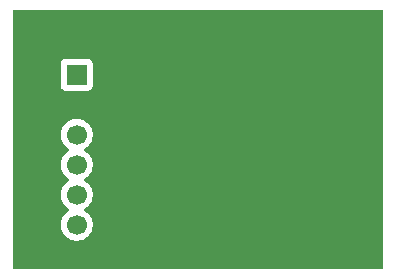
<source format=gbr>
%TF.GenerationSoftware,KiCad,Pcbnew,9.0.5*%
%TF.CreationDate,2025-12-11T06:09:59-03:00*%
%TF.ProjectId,dual IMU_module,6475616c-2049-44d5-955f-6d6f64756c65,rev?*%
%TF.SameCoordinates,Original*%
%TF.FileFunction,Copper,L2,Bot*%
%TF.FilePolarity,Positive*%
%FSLAX46Y46*%
G04 Gerber Fmt 4.6, Leading zero omitted, Abs format (unit mm)*
G04 Created by KiCad (PCBNEW 9.0.5) date 2025-12-11 06:09:59*
%MOMM*%
%LPD*%
G01*
G04 APERTURE LIST*
%TA.AperFunction,ComponentPad*%
%ADD10R,1.700000X1.700000*%
%TD*%
%TA.AperFunction,ComponentPad*%
%ADD11C,1.700000*%
%TD*%
%TA.AperFunction,ViaPad*%
%ADD12C,0.600000*%
%TD*%
G04 APERTURE END LIST*
D10*
%TO.P,J2,1,Pin_1*%
%TO.N,+3.3V*%
X129540000Y-75200000D03*
D11*
%TO.P,J2,2,Pin_2*%
%TO.N,GND*%
X129540000Y-77740000D03*
%TO.P,J2,3,Pin_3*%
%TO.N,SDA_IMU1*%
X129540000Y-80280000D03*
%TO.P,J2,4,Pin_4*%
%TO.N,SCL_IMU1*%
X129540000Y-82820000D03*
%TO.P,J2,5,Pin_5*%
%TO.N,SCL_IMU2*%
X129540000Y-85360000D03*
%TO.P,J2,6,Pin_6*%
%TO.N,SDA_IMU2*%
X129540000Y-87900000D03*
%TD*%
D12*
%TO.N,GND*%
X143340000Y-81660000D03*
X146020000Y-84000000D03*
X133020000Y-79710000D03*
X145230000Y-78340000D03*
X151460000Y-84390000D03*
X139130000Y-80520000D03*
X139240000Y-77030000D03*
X152800000Y-78680000D03*
X133510000Y-77010000D03*
X132990000Y-83140000D03*
X139790000Y-75040000D03*
%TD*%
%TA.AperFunction,Conductor*%
%TO.N,GND*%
G36*
X155350239Y-69685830D02*
G01*
X155417273Y-69705527D01*
X155463018Y-69758340D01*
X155474214Y-69809779D01*
X155483224Y-91505949D01*
X155463567Y-91572996D01*
X155410782Y-91618773D01*
X155359224Y-91630000D01*
X124285545Y-91630000D01*
X124218506Y-91610315D01*
X124172751Y-91557511D01*
X124161545Y-91506103D01*
X124152133Y-80173713D01*
X128189500Y-80173713D01*
X128189500Y-80386286D01*
X128222753Y-80596239D01*
X128288444Y-80798414D01*
X128384951Y-80987820D01*
X128509890Y-81159786D01*
X128660213Y-81310109D01*
X128832182Y-81435050D01*
X128840946Y-81439516D01*
X128891742Y-81487491D01*
X128908536Y-81555312D01*
X128885998Y-81621447D01*
X128840946Y-81660484D01*
X128832182Y-81664949D01*
X128660213Y-81789890D01*
X128509890Y-81940213D01*
X128384951Y-82112179D01*
X128288444Y-82301585D01*
X128222753Y-82503760D01*
X128189500Y-82713713D01*
X128189500Y-82926286D01*
X128222753Y-83136239D01*
X128288444Y-83338414D01*
X128384951Y-83527820D01*
X128509890Y-83699786D01*
X128660213Y-83850109D01*
X128832182Y-83975050D01*
X128840946Y-83979516D01*
X128891742Y-84027491D01*
X128908536Y-84095312D01*
X128885998Y-84161447D01*
X128840946Y-84200484D01*
X128832182Y-84204949D01*
X128660213Y-84329890D01*
X128509890Y-84480213D01*
X128384951Y-84652179D01*
X128288444Y-84841585D01*
X128222753Y-85043760D01*
X128189500Y-85253713D01*
X128189500Y-85466286D01*
X128222753Y-85676239D01*
X128288444Y-85878414D01*
X128384951Y-86067820D01*
X128509890Y-86239786D01*
X128660213Y-86390109D01*
X128832182Y-86515050D01*
X128840946Y-86519516D01*
X128891742Y-86567491D01*
X128908536Y-86635312D01*
X128885998Y-86701447D01*
X128840946Y-86740484D01*
X128832182Y-86744949D01*
X128660213Y-86869890D01*
X128509890Y-87020213D01*
X128384951Y-87192179D01*
X128288444Y-87381585D01*
X128222753Y-87583760D01*
X128189500Y-87793713D01*
X128189500Y-88006286D01*
X128222753Y-88216239D01*
X128288444Y-88418414D01*
X128384951Y-88607820D01*
X128509890Y-88779786D01*
X128660213Y-88930109D01*
X128832179Y-89055048D01*
X128832181Y-89055049D01*
X128832184Y-89055051D01*
X129021588Y-89151557D01*
X129223757Y-89217246D01*
X129433713Y-89250500D01*
X129433714Y-89250500D01*
X129646286Y-89250500D01*
X129646287Y-89250500D01*
X129856243Y-89217246D01*
X130058412Y-89151557D01*
X130247816Y-89055051D01*
X130269789Y-89039086D01*
X130419786Y-88930109D01*
X130419788Y-88930106D01*
X130419792Y-88930104D01*
X130570104Y-88779792D01*
X130570106Y-88779788D01*
X130570109Y-88779786D01*
X130695048Y-88607820D01*
X130695047Y-88607820D01*
X130695051Y-88607816D01*
X130791557Y-88418412D01*
X130857246Y-88216243D01*
X130890500Y-88006287D01*
X130890500Y-87793713D01*
X130857246Y-87583757D01*
X130791557Y-87381588D01*
X130695051Y-87192184D01*
X130695049Y-87192181D01*
X130695048Y-87192179D01*
X130570109Y-87020213D01*
X130419786Y-86869890D01*
X130247820Y-86744951D01*
X130247115Y-86744591D01*
X130239054Y-86740485D01*
X130188259Y-86692512D01*
X130171463Y-86624692D01*
X130193999Y-86558556D01*
X130239054Y-86519515D01*
X130247816Y-86515051D01*
X130269789Y-86499086D01*
X130419786Y-86390109D01*
X130419788Y-86390106D01*
X130419792Y-86390104D01*
X130570104Y-86239792D01*
X130570106Y-86239788D01*
X130570109Y-86239786D01*
X130695048Y-86067820D01*
X130695047Y-86067820D01*
X130695051Y-86067816D01*
X130791557Y-85878412D01*
X130857246Y-85676243D01*
X130890500Y-85466287D01*
X130890500Y-85253713D01*
X130857246Y-85043757D01*
X130791557Y-84841588D01*
X130695051Y-84652184D01*
X130695049Y-84652181D01*
X130695048Y-84652179D01*
X130570109Y-84480213D01*
X130419786Y-84329890D01*
X130247820Y-84204951D01*
X130247115Y-84204591D01*
X130239054Y-84200485D01*
X130188259Y-84152512D01*
X130171463Y-84084692D01*
X130193999Y-84018556D01*
X130239054Y-83979515D01*
X130247816Y-83975051D01*
X130269789Y-83959086D01*
X130419786Y-83850109D01*
X130419788Y-83850106D01*
X130419792Y-83850104D01*
X130570104Y-83699792D01*
X130570106Y-83699788D01*
X130570109Y-83699786D01*
X130695048Y-83527820D01*
X130695047Y-83527820D01*
X130695051Y-83527816D01*
X130791557Y-83338412D01*
X130857246Y-83136243D01*
X130890500Y-82926287D01*
X130890500Y-82713713D01*
X130857246Y-82503757D01*
X130791557Y-82301588D01*
X130695051Y-82112184D01*
X130695049Y-82112181D01*
X130695048Y-82112179D01*
X130570109Y-81940213D01*
X130419786Y-81789890D01*
X130247820Y-81664951D01*
X130247115Y-81664591D01*
X130239054Y-81660485D01*
X130188259Y-81612512D01*
X130171463Y-81544692D01*
X130193999Y-81478556D01*
X130239054Y-81439515D01*
X130247816Y-81435051D01*
X130269789Y-81419086D01*
X130419786Y-81310109D01*
X130419788Y-81310106D01*
X130419792Y-81310104D01*
X130570104Y-81159792D01*
X130570106Y-81159788D01*
X130570109Y-81159786D01*
X130695048Y-80987820D01*
X130695047Y-80987820D01*
X130695051Y-80987816D01*
X130791557Y-80798412D01*
X130857246Y-80596243D01*
X130890500Y-80386287D01*
X130890500Y-80173713D01*
X130857246Y-79963757D01*
X130791557Y-79761588D01*
X130695051Y-79572184D01*
X130695049Y-79572181D01*
X130695048Y-79572179D01*
X130570109Y-79400213D01*
X130419786Y-79249890D01*
X130247820Y-79124951D01*
X130058414Y-79028444D01*
X130058413Y-79028443D01*
X130058412Y-79028443D01*
X129856243Y-78962754D01*
X129856241Y-78962753D01*
X129856240Y-78962753D01*
X129694957Y-78937208D01*
X129646287Y-78929500D01*
X129433713Y-78929500D01*
X129385042Y-78937208D01*
X129223760Y-78962753D01*
X129021585Y-79028444D01*
X128832179Y-79124951D01*
X128660213Y-79249890D01*
X128509890Y-79400213D01*
X128384951Y-79572179D01*
X128288444Y-79761585D01*
X128222753Y-79963760D01*
X128189500Y-80173713D01*
X124152133Y-80173713D01*
X124152129Y-80168944D01*
X124147256Y-74302135D01*
X128189500Y-74302135D01*
X128189500Y-76097870D01*
X128189501Y-76097876D01*
X128195908Y-76157483D01*
X128246202Y-76292328D01*
X128246206Y-76292335D01*
X128332452Y-76407544D01*
X128332455Y-76407547D01*
X128447664Y-76493793D01*
X128447671Y-76493797D01*
X128582517Y-76544091D01*
X128582516Y-76544091D01*
X128589444Y-76544835D01*
X128642127Y-76550500D01*
X130437872Y-76550499D01*
X130497483Y-76544091D01*
X130632331Y-76493796D01*
X130747546Y-76407546D01*
X130833796Y-76292331D01*
X130884091Y-76157483D01*
X130890500Y-76097873D01*
X130890499Y-74302128D01*
X130884091Y-74242517D01*
X130833796Y-74107669D01*
X130833795Y-74107668D01*
X130833793Y-74107664D01*
X130747547Y-73992455D01*
X130747544Y-73992452D01*
X130632335Y-73906206D01*
X130632328Y-73906202D01*
X130497482Y-73855908D01*
X130497483Y-73855908D01*
X130437883Y-73849501D01*
X130437881Y-73849500D01*
X130437873Y-73849500D01*
X130437864Y-73849500D01*
X128642129Y-73849500D01*
X128642123Y-73849501D01*
X128582516Y-73855908D01*
X128447671Y-73906202D01*
X128447664Y-73906206D01*
X128332455Y-73992452D01*
X128332452Y-73992455D01*
X128246206Y-74107664D01*
X128246202Y-74107671D01*
X128195908Y-74242517D01*
X128189846Y-74298909D01*
X128189501Y-74302123D01*
X128189500Y-74302135D01*
X124147256Y-74302135D01*
X124147253Y-74298909D01*
X124146998Y-73992455D01*
X124143520Y-69804125D01*
X124163149Y-69737070D01*
X124215915Y-69691271D01*
X124267542Y-69680023D01*
X155350239Y-69685830D01*
G37*
%TD.AperFunction*%
%TD*%
M02*

</source>
